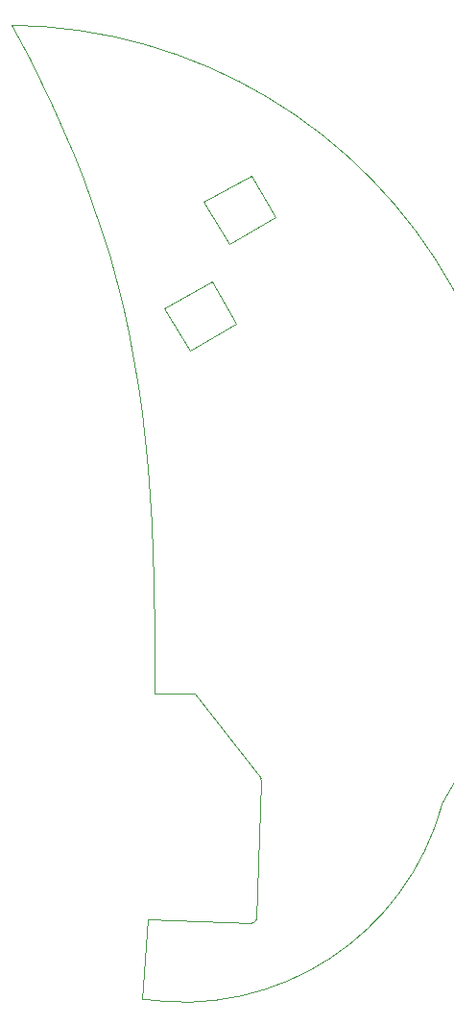
<source format=gbr>
G04 #@! TF.GenerationSoftware,KiCad,Pcbnew,(5.0.0)*
G04 #@! TF.CreationDate,2019-11-18T10:46:30+01:00*
G04 #@! TF.ProjectId,Insole_PCB,496E736F6C655F5043422E6B69636164,rev?*
G04 #@! TF.SameCoordinates,Original*
G04 #@! TF.FileFunction,Other,User*
%FSLAX46Y46*%
G04 Gerber Fmt 4.6, Leading zero omitted, Abs format (unit mm)*
G04 Created by KiCad (PCBNEW (5.0.0)) date 11/18/19 10:46:30*
%MOMM*%
%LPD*%
G01*
G04 APERTURE LIST*
%ADD10C,0.100000*%
G04 APERTURE END LIST*
D10*
X195509453Y-148450707D02*
X191459453Y-150780707D01*
X193379453Y-144740707D02*
X195509453Y-148450707D01*
X189199453Y-147090707D02*
X193379453Y-144740707D01*
X191459453Y-150780707D02*
X189199453Y-147090707D01*
X192029453Y-157830707D02*
X187979453Y-160160707D01*
X189899453Y-154120707D02*
X192029453Y-157830707D01*
X185719453Y-156470707D02*
X189899453Y-154120707D01*
X187979453Y-160160707D02*
X185719453Y-156470707D01*
X189899453Y-154120707D02*
X192029453Y-157830707D01*
X185719453Y-156470707D02*
X189899453Y-154120707D01*
X187979453Y-160160707D02*
X185719453Y-156470707D01*
X192029453Y-157830707D02*
X187979453Y-160160707D01*
X172230550Y-131507841D02*
G75*
G02X210249453Y-200110707I-481097J-45102866D01*
G01*
X210249453Y-200110707D02*
G75*
G02X183754120Y-217337384I-22873048J6190891D01*
G01*
X193859452Y-210280707D02*
G75*
G02X193413259Y-210642053I-401061J39080D01*
G01*
X194215120Y-197894496D02*
G75*
G02X194289453Y-198080707I-227154J-198619D01*
G01*
X184684613Y-177942495D02*
X184766813Y-180432475D01*
X182079193Y-156240449D02*
X182586203Y-158562824D01*
X181504183Y-153947558D02*
X182079193Y-156240449D01*
X180158013Y-149450612D02*
X180862323Y-151684697D01*
X183411883Y-163287228D02*
X183738963Y-165684945D01*
X184014453Y-168103467D02*
X184242573Y-170540639D01*
X183029033Y-160912469D02*
X183411883Y-163287228D01*
X182586203Y-158562824D02*
X183029033Y-160912469D01*
X184573453Y-175462306D02*
X184684613Y-177942495D01*
X193399453Y-210640707D02*
X184252133Y-210273976D01*
X177714913Y-142908040D02*
X178579853Y-145063581D01*
X179395703Y-147244006D02*
X180158013Y-149450612D01*
X184252133Y-210273976D02*
X183930163Y-215092282D01*
X184427503Y-172994302D02*
X184573453Y-175462306D01*
X184242573Y-170540639D02*
X184427503Y-172994302D01*
X184862413Y-185431997D02*
X184874513Y-190443746D01*
X172229453Y-131510707D02*
X173886113Y-134490096D01*
X175857573Y-138665579D02*
X176805333Y-140776086D01*
X173886113Y-134490096D02*
X175857573Y-138665579D01*
X180862323Y-151684697D02*
X181504183Y-153947558D01*
X183738963Y-165684945D02*
X184014453Y-168103467D01*
X178579853Y-145063581D02*
X179395703Y-147244006D01*
X176805333Y-140776086D02*
X177714913Y-142908040D01*
X183930163Y-215092282D02*
X183749453Y-217340707D01*
X194289453Y-198090707D02*
X193859453Y-210280707D01*
X188439453Y-190430707D02*
X194219453Y-197900707D01*
X184874513Y-190443746D02*
X188439453Y-190430707D01*
X184766813Y-180432475D02*
X184862413Y-185431997D01*
M02*

</source>
